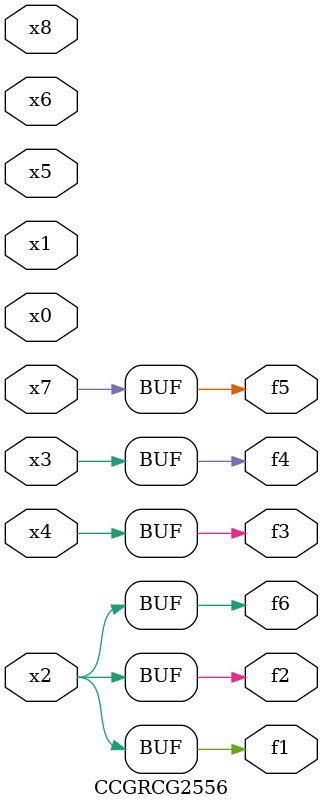
<source format=v>
module CCGRCG2556(
	input x0, x1, x2, x3, x4, x5, x6, x7, x8,
	output f1, f2, f3, f4, f5, f6
);
	assign f1 = x2;
	assign f2 = x2;
	assign f3 = x4;
	assign f4 = x3;
	assign f5 = x7;
	assign f6 = x2;
endmodule

</source>
